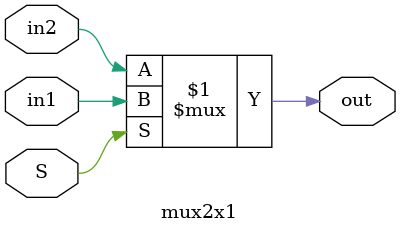
<source format=sv>
`timescale 1ns / 1ps


module mux2x1(
    input logic S, 
    input logic in1, 
    input logic in2,
    output logic out
);
    assign out = S ? in1:in2; 
    
endmodule : mux2x1
</source>
